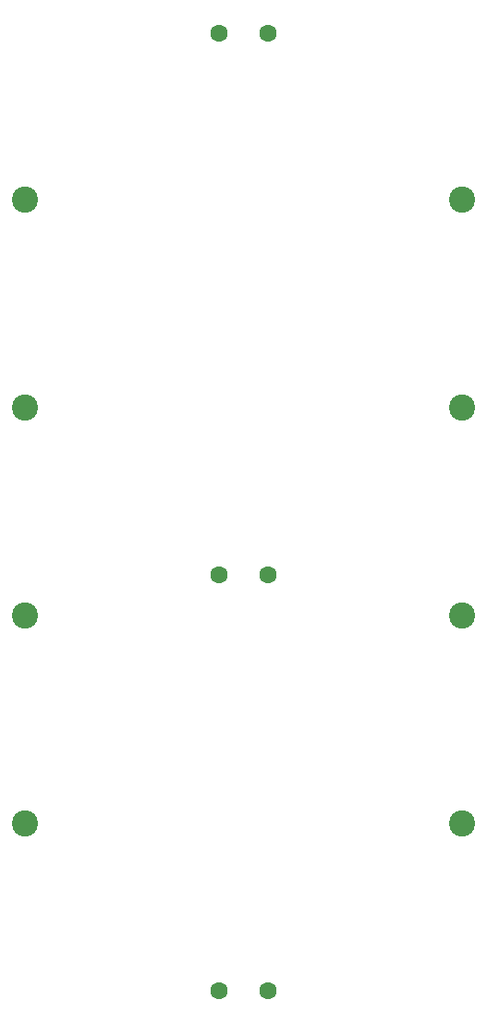
<source format=gbs>
G04 #@! TF.GenerationSoftware,KiCad,Pcbnew,(5.1.2)-2*
G04 #@! TF.CreationDate,2020-05-18T21:57:40+09:00*
G04 #@! TF.ProjectId,sekimen______________,73656b69-6d65-46ee-9135-d7ecfcc828c8,rev?*
G04 #@! TF.SameCoordinates,Original*
G04 #@! TF.FileFunction,Soldermask,Bot*
G04 #@! TF.FilePolarity,Negative*
%FSLAX46Y46*%
G04 Gerber Fmt 4.6, Leading zero omitted, Abs format (unit mm)*
G04 Created by KiCad (PCBNEW (5.1.2)-2) date 2020-05-18 21:57:40*
%MOMM*%
%LPD*%
G04 APERTURE LIST*
%ADD10C,2.400000*%
%ADD11C,1.600000*%
G04 APERTURE END LIST*
D10*
X-21050000Y36100000D03*
X-21050000Y17050000D03*
X-21050000Y74200000D03*
X-21050000Y55150000D03*
D11*
X1270000Y89480000D03*
D10*
X19050000Y17050000D03*
X19050000Y36100000D03*
X19050000Y55150000D03*
X19050000Y74200000D03*
D11*
X1270000Y39820000D03*
X1270000Y1720000D03*
X-3270000Y89480000D03*
X-3270000Y39820000D03*
X-3270000Y1720000D03*
M02*

</source>
